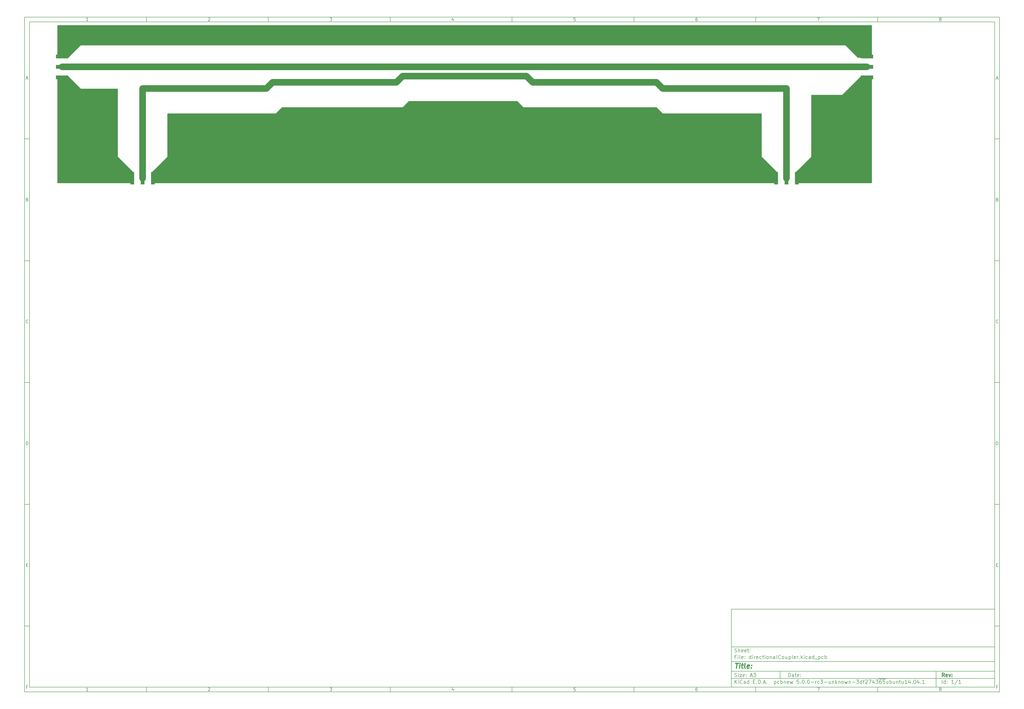
<source format=gbr>
G04 #@! TF.GenerationSoftware,KiCad,Pcbnew,5.0.0-rc3-unknown-3df2743~65~ubuntu14.04.1*
G04 #@! TF.CreationDate,2018-07-06T17:22:35-07:00*
G04 #@! TF.ProjectId,directionalCoupler,646972656374696F6E616C436F75706C,rev?*
G04 #@! TF.SameCoordinates,Original*
G04 #@! TF.FileFunction,Copper,L1,Top,Signal*
G04 #@! TF.FilePolarity,Positive*
%FSLAX46Y46*%
G04 Gerber Fmt 4.6, Leading zero omitted, Abs format (unit mm)*
G04 Created by KiCad (PCBNEW 5.0.0-rc3-unknown-3df2743~65~ubuntu14.04.1) date Fri Jul  6 17:22:35 2018*
%MOMM*%
%LPD*%
G01*
G04 APERTURE LIST*
%ADD10C,0.100000*%
%ADD11C,0.150000*%
%ADD12C,0.300000*%
%ADD13C,0.400000*%
G04 #@! TA.AperFunction,SMDPad,CuDef*
%ADD14R,5.080000X1.500000*%
G04 #@! TD*
G04 #@! TA.AperFunction,SMDPad,CuDef*
%ADD15R,1.500000X5.080000*%
G04 #@! TD*
G04 #@! TA.AperFunction,Conductor*
%ADD16C,2.692400*%
G04 #@! TD*
G04 #@! TA.AperFunction,Conductor*
%ADD17C,0.254000*%
G04 #@! TD*
G04 APERTURE END LIST*
D10*
D11*
X299989000Y-253002200D02*
X299989000Y-285002200D01*
X407989000Y-285002200D01*
X407989000Y-253002200D01*
X299989000Y-253002200D01*
D10*
D11*
X10000000Y-10000000D02*
X10000000Y-287002200D01*
X409989000Y-287002200D01*
X409989000Y-10000000D01*
X10000000Y-10000000D01*
D10*
D11*
X12000000Y-12000000D02*
X12000000Y-285002200D01*
X407989000Y-285002200D01*
X407989000Y-12000000D01*
X12000000Y-12000000D01*
D10*
D11*
X60000000Y-12000000D02*
X60000000Y-10000000D01*
D10*
D11*
X110000000Y-12000000D02*
X110000000Y-10000000D01*
D10*
D11*
X160000000Y-12000000D02*
X160000000Y-10000000D01*
D10*
D11*
X210000000Y-12000000D02*
X210000000Y-10000000D01*
D10*
D11*
X260000000Y-12000000D02*
X260000000Y-10000000D01*
D10*
D11*
X310000000Y-12000000D02*
X310000000Y-10000000D01*
D10*
D11*
X360000000Y-12000000D02*
X360000000Y-10000000D01*
D10*
D11*
X36065476Y-11588095D02*
X35322619Y-11588095D01*
X35694047Y-11588095D02*
X35694047Y-10288095D01*
X35570238Y-10473809D01*
X35446428Y-10597619D01*
X35322619Y-10659523D01*
D10*
D11*
X85322619Y-10411904D02*
X85384523Y-10350000D01*
X85508333Y-10288095D01*
X85817857Y-10288095D01*
X85941666Y-10350000D01*
X86003571Y-10411904D01*
X86065476Y-10535714D01*
X86065476Y-10659523D01*
X86003571Y-10845238D01*
X85260714Y-11588095D01*
X86065476Y-11588095D01*
D10*
D11*
X135260714Y-10288095D02*
X136065476Y-10288095D01*
X135632142Y-10783333D01*
X135817857Y-10783333D01*
X135941666Y-10845238D01*
X136003571Y-10907142D01*
X136065476Y-11030952D01*
X136065476Y-11340476D01*
X136003571Y-11464285D01*
X135941666Y-11526190D01*
X135817857Y-11588095D01*
X135446428Y-11588095D01*
X135322619Y-11526190D01*
X135260714Y-11464285D01*
D10*
D11*
X185941666Y-10721428D02*
X185941666Y-11588095D01*
X185632142Y-10226190D02*
X185322619Y-11154761D01*
X186127380Y-11154761D01*
D10*
D11*
X236003571Y-10288095D02*
X235384523Y-10288095D01*
X235322619Y-10907142D01*
X235384523Y-10845238D01*
X235508333Y-10783333D01*
X235817857Y-10783333D01*
X235941666Y-10845238D01*
X236003571Y-10907142D01*
X236065476Y-11030952D01*
X236065476Y-11340476D01*
X236003571Y-11464285D01*
X235941666Y-11526190D01*
X235817857Y-11588095D01*
X235508333Y-11588095D01*
X235384523Y-11526190D01*
X235322619Y-11464285D01*
D10*
D11*
X285941666Y-10288095D02*
X285694047Y-10288095D01*
X285570238Y-10350000D01*
X285508333Y-10411904D01*
X285384523Y-10597619D01*
X285322619Y-10845238D01*
X285322619Y-11340476D01*
X285384523Y-11464285D01*
X285446428Y-11526190D01*
X285570238Y-11588095D01*
X285817857Y-11588095D01*
X285941666Y-11526190D01*
X286003571Y-11464285D01*
X286065476Y-11340476D01*
X286065476Y-11030952D01*
X286003571Y-10907142D01*
X285941666Y-10845238D01*
X285817857Y-10783333D01*
X285570238Y-10783333D01*
X285446428Y-10845238D01*
X285384523Y-10907142D01*
X285322619Y-11030952D01*
D10*
D11*
X335260714Y-10288095D02*
X336127380Y-10288095D01*
X335570238Y-11588095D01*
D10*
D11*
X385570238Y-10845238D02*
X385446428Y-10783333D01*
X385384523Y-10721428D01*
X385322619Y-10597619D01*
X385322619Y-10535714D01*
X385384523Y-10411904D01*
X385446428Y-10350000D01*
X385570238Y-10288095D01*
X385817857Y-10288095D01*
X385941666Y-10350000D01*
X386003571Y-10411904D01*
X386065476Y-10535714D01*
X386065476Y-10597619D01*
X386003571Y-10721428D01*
X385941666Y-10783333D01*
X385817857Y-10845238D01*
X385570238Y-10845238D01*
X385446428Y-10907142D01*
X385384523Y-10969047D01*
X385322619Y-11092857D01*
X385322619Y-11340476D01*
X385384523Y-11464285D01*
X385446428Y-11526190D01*
X385570238Y-11588095D01*
X385817857Y-11588095D01*
X385941666Y-11526190D01*
X386003571Y-11464285D01*
X386065476Y-11340476D01*
X386065476Y-11092857D01*
X386003571Y-10969047D01*
X385941666Y-10907142D01*
X385817857Y-10845238D01*
D10*
D11*
X60000000Y-285002200D02*
X60000000Y-287002200D01*
D10*
D11*
X110000000Y-285002200D02*
X110000000Y-287002200D01*
D10*
D11*
X160000000Y-285002200D02*
X160000000Y-287002200D01*
D10*
D11*
X210000000Y-285002200D02*
X210000000Y-287002200D01*
D10*
D11*
X260000000Y-285002200D02*
X260000000Y-287002200D01*
D10*
D11*
X310000000Y-285002200D02*
X310000000Y-287002200D01*
D10*
D11*
X360000000Y-285002200D02*
X360000000Y-287002200D01*
D10*
D11*
X36065476Y-286590295D02*
X35322619Y-286590295D01*
X35694047Y-286590295D02*
X35694047Y-285290295D01*
X35570238Y-285476009D01*
X35446428Y-285599819D01*
X35322619Y-285661723D01*
D10*
D11*
X85322619Y-285414104D02*
X85384523Y-285352200D01*
X85508333Y-285290295D01*
X85817857Y-285290295D01*
X85941666Y-285352200D01*
X86003571Y-285414104D01*
X86065476Y-285537914D01*
X86065476Y-285661723D01*
X86003571Y-285847438D01*
X85260714Y-286590295D01*
X86065476Y-286590295D01*
D10*
D11*
X135260714Y-285290295D02*
X136065476Y-285290295D01*
X135632142Y-285785533D01*
X135817857Y-285785533D01*
X135941666Y-285847438D01*
X136003571Y-285909342D01*
X136065476Y-286033152D01*
X136065476Y-286342676D01*
X136003571Y-286466485D01*
X135941666Y-286528390D01*
X135817857Y-286590295D01*
X135446428Y-286590295D01*
X135322619Y-286528390D01*
X135260714Y-286466485D01*
D10*
D11*
X185941666Y-285723628D02*
X185941666Y-286590295D01*
X185632142Y-285228390D02*
X185322619Y-286156961D01*
X186127380Y-286156961D01*
D10*
D11*
X236003571Y-285290295D02*
X235384523Y-285290295D01*
X235322619Y-285909342D01*
X235384523Y-285847438D01*
X235508333Y-285785533D01*
X235817857Y-285785533D01*
X235941666Y-285847438D01*
X236003571Y-285909342D01*
X236065476Y-286033152D01*
X236065476Y-286342676D01*
X236003571Y-286466485D01*
X235941666Y-286528390D01*
X235817857Y-286590295D01*
X235508333Y-286590295D01*
X235384523Y-286528390D01*
X235322619Y-286466485D01*
D10*
D11*
X285941666Y-285290295D02*
X285694047Y-285290295D01*
X285570238Y-285352200D01*
X285508333Y-285414104D01*
X285384523Y-285599819D01*
X285322619Y-285847438D01*
X285322619Y-286342676D01*
X285384523Y-286466485D01*
X285446428Y-286528390D01*
X285570238Y-286590295D01*
X285817857Y-286590295D01*
X285941666Y-286528390D01*
X286003571Y-286466485D01*
X286065476Y-286342676D01*
X286065476Y-286033152D01*
X286003571Y-285909342D01*
X285941666Y-285847438D01*
X285817857Y-285785533D01*
X285570238Y-285785533D01*
X285446428Y-285847438D01*
X285384523Y-285909342D01*
X285322619Y-286033152D01*
D10*
D11*
X335260714Y-285290295D02*
X336127380Y-285290295D01*
X335570238Y-286590295D01*
D10*
D11*
X385570238Y-285847438D02*
X385446428Y-285785533D01*
X385384523Y-285723628D01*
X385322619Y-285599819D01*
X385322619Y-285537914D01*
X385384523Y-285414104D01*
X385446428Y-285352200D01*
X385570238Y-285290295D01*
X385817857Y-285290295D01*
X385941666Y-285352200D01*
X386003571Y-285414104D01*
X386065476Y-285537914D01*
X386065476Y-285599819D01*
X386003571Y-285723628D01*
X385941666Y-285785533D01*
X385817857Y-285847438D01*
X385570238Y-285847438D01*
X385446428Y-285909342D01*
X385384523Y-285971247D01*
X385322619Y-286095057D01*
X385322619Y-286342676D01*
X385384523Y-286466485D01*
X385446428Y-286528390D01*
X385570238Y-286590295D01*
X385817857Y-286590295D01*
X385941666Y-286528390D01*
X386003571Y-286466485D01*
X386065476Y-286342676D01*
X386065476Y-286095057D01*
X386003571Y-285971247D01*
X385941666Y-285909342D01*
X385817857Y-285847438D01*
D10*
D11*
X10000000Y-60000000D02*
X12000000Y-60000000D01*
D10*
D11*
X10000000Y-110000000D02*
X12000000Y-110000000D01*
D10*
D11*
X10000000Y-160000000D02*
X12000000Y-160000000D01*
D10*
D11*
X10000000Y-210000000D02*
X12000000Y-210000000D01*
D10*
D11*
X10000000Y-260000000D02*
X12000000Y-260000000D01*
D10*
D11*
X10690476Y-35216666D02*
X11309523Y-35216666D01*
X10566666Y-35588095D02*
X11000000Y-34288095D01*
X11433333Y-35588095D01*
D10*
D11*
X11092857Y-84907142D02*
X11278571Y-84969047D01*
X11340476Y-85030952D01*
X11402380Y-85154761D01*
X11402380Y-85340476D01*
X11340476Y-85464285D01*
X11278571Y-85526190D01*
X11154761Y-85588095D01*
X10659523Y-85588095D01*
X10659523Y-84288095D01*
X11092857Y-84288095D01*
X11216666Y-84350000D01*
X11278571Y-84411904D01*
X11340476Y-84535714D01*
X11340476Y-84659523D01*
X11278571Y-84783333D01*
X11216666Y-84845238D01*
X11092857Y-84907142D01*
X10659523Y-84907142D01*
D10*
D11*
X11402380Y-135464285D02*
X11340476Y-135526190D01*
X11154761Y-135588095D01*
X11030952Y-135588095D01*
X10845238Y-135526190D01*
X10721428Y-135402380D01*
X10659523Y-135278571D01*
X10597619Y-135030952D01*
X10597619Y-134845238D01*
X10659523Y-134597619D01*
X10721428Y-134473809D01*
X10845238Y-134350000D01*
X11030952Y-134288095D01*
X11154761Y-134288095D01*
X11340476Y-134350000D01*
X11402380Y-134411904D01*
D10*
D11*
X10659523Y-185588095D02*
X10659523Y-184288095D01*
X10969047Y-184288095D01*
X11154761Y-184350000D01*
X11278571Y-184473809D01*
X11340476Y-184597619D01*
X11402380Y-184845238D01*
X11402380Y-185030952D01*
X11340476Y-185278571D01*
X11278571Y-185402380D01*
X11154761Y-185526190D01*
X10969047Y-185588095D01*
X10659523Y-185588095D01*
D10*
D11*
X10721428Y-234907142D02*
X11154761Y-234907142D01*
X11340476Y-235588095D02*
X10721428Y-235588095D01*
X10721428Y-234288095D01*
X11340476Y-234288095D01*
D10*
D11*
X11185714Y-284907142D02*
X10752380Y-284907142D01*
X10752380Y-285588095D02*
X10752380Y-284288095D01*
X11371428Y-284288095D01*
D10*
D11*
X409989000Y-60000000D02*
X407989000Y-60000000D01*
D10*
D11*
X409989000Y-110000000D02*
X407989000Y-110000000D01*
D10*
D11*
X409989000Y-160000000D02*
X407989000Y-160000000D01*
D10*
D11*
X409989000Y-210000000D02*
X407989000Y-210000000D01*
D10*
D11*
X409989000Y-260000000D02*
X407989000Y-260000000D01*
D10*
D11*
X408679476Y-35216666D02*
X409298523Y-35216666D01*
X408555666Y-35588095D02*
X408989000Y-34288095D01*
X409422333Y-35588095D01*
D10*
D11*
X409081857Y-84907142D02*
X409267571Y-84969047D01*
X409329476Y-85030952D01*
X409391380Y-85154761D01*
X409391380Y-85340476D01*
X409329476Y-85464285D01*
X409267571Y-85526190D01*
X409143761Y-85588095D01*
X408648523Y-85588095D01*
X408648523Y-84288095D01*
X409081857Y-84288095D01*
X409205666Y-84350000D01*
X409267571Y-84411904D01*
X409329476Y-84535714D01*
X409329476Y-84659523D01*
X409267571Y-84783333D01*
X409205666Y-84845238D01*
X409081857Y-84907142D01*
X408648523Y-84907142D01*
D10*
D11*
X409391380Y-135464285D02*
X409329476Y-135526190D01*
X409143761Y-135588095D01*
X409019952Y-135588095D01*
X408834238Y-135526190D01*
X408710428Y-135402380D01*
X408648523Y-135278571D01*
X408586619Y-135030952D01*
X408586619Y-134845238D01*
X408648523Y-134597619D01*
X408710428Y-134473809D01*
X408834238Y-134350000D01*
X409019952Y-134288095D01*
X409143761Y-134288095D01*
X409329476Y-134350000D01*
X409391380Y-134411904D01*
D10*
D11*
X408648523Y-185588095D02*
X408648523Y-184288095D01*
X408958047Y-184288095D01*
X409143761Y-184350000D01*
X409267571Y-184473809D01*
X409329476Y-184597619D01*
X409391380Y-184845238D01*
X409391380Y-185030952D01*
X409329476Y-185278571D01*
X409267571Y-185402380D01*
X409143761Y-185526190D01*
X408958047Y-185588095D01*
X408648523Y-185588095D01*
D10*
D11*
X408710428Y-234907142D02*
X409143761Y-234907142D01*
X409329476Y-235588095D02*
X408710428Y-235588095D01*
X408710428Y-234288095D01*
X409329476Y-234288095D01*
D10*
D11*
X409174714Y-284907142D02*
X408741380Y-284907142D01*
X408741380Y-285588095D02*
X408741380Y-284288095D01*
X409360428Y-284288095D01*
D10*
D11*
X323421142Y-280780771D02*
X323421142Y-279280771D01*
X323778285Y-279280771D01*
X323992571Y-279352200D01*
X324135428Y-279495057D01*
X324206857Y-279637914D01*
X324278285Y-279923628D01*
X324278285Y-280137914D01*
X324206857Y-280423628D01*
X324135428Y-280566485D01*
X323992571Y-280709342D01*
X323778285Y-280780771D01*
X323421142Y-280780771D01*
X325564000Y-280780771D02*
X325564000Y-279995057D01*
X325492571Y-279852200D01*
X325349714Y-279780771D01*
X325064000Y-279780771D01*
X324921142Y-279852200D01*
X325564000Y-280709342D02*
X325421142Y-280780771D01*
X325064000Y-280780771D01*
X324921142Y-280709342D01*
X324849714Y-280566485D01*
X324849714Y-280423628D01*
X324921142Y-280280771D01*
X325064000Y-280209342D01*
X325421142Y-280209342D01*
X325564000Y-280137914D01*
X326064000Y-279780771D02*
X326635428Y-279780771D01*
X326278285Y-279280771D02*
X326278285Y-280566485D01*
X326349714Y-280709342D01*
X326492571Y-280780771D01*
X326635428Y-280780771D01*
X327706857Y-280709342D02*
X327564000Y-280780771D01*
X327278285Y-280780771D01*
X327135428Y-280709342D01*
X327064000Y-280566485D01*
X327064000Y-279995057D01*
X327135428Y-279852200D01*
X327278285Y-279780771D01*
X327564000Y-279780771D01*
X327706857Y-279852200D01*
X327778285Y-279995057D01*
X327778285Y-280137914D01*
X327064000Y-280280771D01*
X328421142Y-280637914D02*
X328492571Y-280709342D01*
X328421142Y-280780771D01*
X328349714Y-280709342D01*
X328421142Y-280637914D01*
X328421142Y-280780771D01*
X328421142Y-279852200D02*
X328492571Y-279923628D01*
X328421142Y-279995057D01*
X328349714Y-279923628D01*
X328421142Y-279852200D01*
X328421142Y-279995057D01*
D10*
D11*
X299989000Y-281502200D02*
X407989000Y-281502200D01*
D10*
D11*
X301421142Y-283580771D02*
X301421142Y-282080771D01*
X302278285Y-283580771D02*
X301635428Y-282723628D01*
X302278285Y-282080771D02*
X301421142Y-282937914D01*
X302921142Y-283580771D02*
X302921142Y-282580771D01*
X302921142Y-282080771D02*
X302849714Y-282152200D01*
X302921142Y-282223628D01*
X302992571Y-282152200D01*
X302921142Y-282080771D01*
X302921142Y-282223628D01*
X304492571Y-283437914D02*
X304421142Y-283509342D01*
X304206857Y-283580771D01*
X304064000Y-283580771D01*
X303849714Y-283509342D01*
X303706857Y-283366485D01*
X303635428Y-283223628D01*
X303564000Y-282937914D01*
X303564000Y-282723628D01*
X303635428Y-282437914D01*
X303706857Y-282295057D01*
X303849714Y-282152200D01*
X304064000Y-282080771D01*
X304206857Y-282080771D01*
X304421142Y-282152200D01*
X304492571Y-282223628D01*
X305778285Y-283580771D02*
X305778285Y-282795057D01*
X305706857Y-282652200D01*
X305564000Y-282580771D01*
X305278285Y-282580771D01*
X305135428Y-282652200D01*
X305778285Y-283509342D02*
X305635428Y-283580771D01*
X305278285Y-283580771D01*
X305135428Y-283509342D01*
X305064000Y-283366485D01*
X305064000Y-283223628D01*
X305135428Y-283080771D01*
X305278285Y-283009342D01*
X305635428Y-283009342D01*
X305778285Y-282937914D01*
X307135428Y-283580771D02*
X307135428Y-282080771D01*
X307135428Y-283509342D02*
X306992571Y-283580771D01*
X306706857Y-283580771D01*
X306564000Y-283509342D01*
X306492571Y-283437914D01*
X306421142Y-283295057D01*
X306421142Y-282866485D01*
X306492571Y-282723628D01*
X306564000Y-282652200D01*
X306706857Y-282580771D01*
X306992571Y-282580771D01*
X307135428Y-282652200D01*
X308992571Y-282795057D02*
X309492571Y-282795057D01*
X309706857Y-283580771D02*
X308992571Y-283580771D01*
X308992571Y-282080771D01*
X309706857Y-282080771D01*
X310349714Y-283437914D02*
X310421142Y-283509342D01*
X310349714Y-283580771D01*
X310278285Y-283509342D01*
X310349714Y-283437914D01*
X310349714Y-283580771D01*
X311064000Y-283580771D02*
X311064000Y-282080771D01*
X311421142Y-282080771D01*
X311635428Y-282152200D01*
X311778285Y-282295057D01*
X311849714Y-282437914D01*
X311921142Y-282723628D01*
X311921142Y-282937914D01*
X311849714Y-283223628D01*
X311778285Y-283366485D01*
X311635428Y-283509342D01*
X311421142Y-283580771D01*
X311064000Y-283580771D01*
X312564000Y-283437914D02*
X312635428Y-283509342D01*
X312564000Y-283580771D01*
X312492571Y-283509342D01*
X312564000Y-283437914D01*
X312564000Y-283580771D01*
X313206857Y-283152200D02*
X313921142Y-283152200D01*
X313064000Y-283580771D02*
X313564000Y-282080771D01*
X314064000Y-283580771D01*
X314564000Y-283437914D02*
X314635428Y-283509342D01*
X314564000Y-283580771D01*
X314492571Y-283509342D01*
X314564000Y-283437914D01*
X314564000Y-283580771D01*
X317564000Y-282580771D02*
X317564000Y-284080771D01*
X317564000Y-282652200D02*
X317706857Y-282580771D01*
X317992571Y-282580771D01*
X318135428Y-282652200D01*
X318206857Y-282723628D01*
X318278285Y-282866485D01*
X318278285Y-283295057D01*
X318206857Y-283437914D01*
X318135428Y-283509342D01*
X317992571Y-283580771D01*
X317706857Y-283580771D01*
X317564000Y-283509342D01*
X319564000Y-283509342D02*
X319421142Y-283580771D01*
X319135428Y-283580771D01*
X318992571Y-283509342D01*
X318921142Y-283437914D01*
X318849714Y-283295057D01*
X318849714Y-282866485D01*
X318921142Y-282723628D01*
X318992571Y-282652200D01*
X319135428Y-282580771D01*
X319421142Y-282580771D01*
X319564000Y-282652200D01*
X320206857Y-283580771D02*
X320206857Y-282080771D01*
X320206857Y-282652200D02*
X320349714Y-282580771D01*
X320635428Y-282580771D01*
X320778285Y-282652200D01*
X320849714Y-282723628D01*
X320921142Y-282866485D01*
X320921142Y-283295057D01*
X320849714Y-283437914D01*
X320778285Y-283509342D01*
X320635428Y-283580771D01*
X320349714Y-283580771D01*
X320206857Y-283509342D01*
X321564000Y-282580771D02*
X321564000Y-283580771D01*
X321564000Y-282723628D02*
X321635428Y-282652200D01*
X321778285Y-282580771D01*
X321992571Y-282580771D01*
X322135428Y-282652200D01*
X322206857Y-282795057D01*
X322206857Y-283580771D01*
X323492571Y-283509342D02*
X323349714Y-283580771D01*
X323064000Y-283580771D01*
X322921142Y-283509342D01*
X322849714Y-283366485D01*
X322849714Y-282795057D01*
X322921142Y-282652200D01*
X323064000Y-282580771D01*
X323349714Y-282580771D01*
X323492571Y-282652200D01*
X323564000Y-282795057D01*
X323564000Y-282937914D01*
X322849714Y-283080771D01*
X324064000Y-282580771D02*
X324349714Y-283580771D01*
X324635428Y-282866485D01*
X324921142Y-283580771D01*
X325206857Y-282580771D01*
X327635428Y-282080771D02*
X326921142Y-282080771D01*
X326849714Y-282795057D01*
X326921142Y-282723628D01*
X327064000Y-282652200D01*
X327421142Y-282652200D01*
X327564000Y-282723628D01*
X327635428Y-282795057D01*
X327706857Y-282937914D01*
X327706857Y-283295057D01*
X327635428Y-283437914D01*
X327564000Y-283509342D01*
X327421142Y-283580771D01*
X327064000Y-283580771D01*
X326921142Y-283509342D01*
X326849714Y-283437914D01*
X328349714Y-283437914D02*
X328421142Y-283509342D01*
X328349714Y-283580771D01*
X328278285Y-283509342D01*
X328349714Y-283437914D01*
X328349714Y-283580771D01*
X329349714Y-282080771D02*
X329492571Y-282080771D01*
X329635428Y-282152200D01*
X329706857Y-282223628D01*
X329778285Y-282366485D01*
X329849714Y-282652200D01*
X329849714Y-283009342D01*
X329778285Y-283295057D01*
X329706857Y-283437914D01*
X329635428Y-283509342D01*
X329492571Y-283580771D01*
X329349714Y-283580771D01*
X329206857Y-283509342D01*
X329135428Y-283437914D01*
X329064000Y-283295057D01*
X328992571Y-283009342D01*
X328992571Y-282652200D01*
X329064000Y-282366485D01*
X329135428Y-282223628D01*
X329206857Y-282152200D01*
X329349714Y-282080771D01*
X330492571Y-283437914D02*
X330564000Y-283509342D01*
X330492571Y-283580771D01*
X330421142Y-283509342D01*
X330492571Y-283437914D01*
X330492571Y-283580771D01*
X331492571Y-282080771D02*
X331635428Y-282080771D01*
X331778285Y-282152200D01*
X331849714Y-282223628D01*
X331921142Y-282366485D01*
X331992571Y-282652200D01*
X331992571Y-283009342D01*
X331921142Y-283295057D01*
X331849714Y-283437914D01*
X331778285Y-283509342D01*
X331635428Y-283580771D01*
X331492571Y-283580771D01*
X331349714Y-283509342D01*
X331278285Y-283437914D01*
X331206857Y-283295057D01*
X331135428Y-283009342D01*
X331135428Y-282652200D01*
X331206857Y-282366485D01*
X331278285Y-282223628D01*
X331349714Y-282152200D01*
X331492571Y-282080771D01*
X332635428Y-283009342D02*
X333778285Y-283009342D01*
X334492571Y-283580771D02*
X334492571Y-282580771D01*
X334492571Y-282866485D02*
X334564000Y-282723628D01*
X334635428Y-282652200D01*
X334778285Y-282580771D01*
X334921142Y-282580771D01*
X336064000Y-283509342D02*
X335921142Y-283580771D01*
X335635428Y-283580771D01*
X335492571Y-283509342D01*
X335421142Y-283437914D01*
X335349714Y-283295057D01*
X335349714Y-282866485D01*
X335421142Y-282723628D01*
X335492571Y-282652200D01*
X335635428Y-282580771D01*
X335921142Y-282580771D01*
X336064000Y-282652200D01*
X336564000Y-282080771D02*
X337492571Y-282080771D01*
X336992571Y-282652200D01*
X337206857Y-282652200D01*
X337349714Y-282723628D01*
X337421142Y-282795057D01*
X337492571Y-282937914D01*
X337492571Y-283295057D01*
X337421142Y-283437914D01*
X337349714Y-283509342D01*
X337206857Y-283580771D01*
X336778285Y-283580771D01*
X336635428Y-283509342D01*
X336564000Y-283437914D01*
X338135428Y-283009342D02*
X339278285Y-283009342D01*
X340635428Y-282580771D02*
X340635428Y-283580771D01*
X339992571Y-282580771D02*
X339992571Y-283366485D01*
X340064000Y-283509342D01*
X340206857Y-283580771D01*
X340421142Y-283580771D01*
X340564000Y-283509342D01*
X340635428Y-283437914D01*
X341349714Y-282580771D02*
X341349714Y-283580771D01*
X341349714Y-282723628D02*
X341421142Y-282652200D01*
X341564000Y-282580771D01*
X341778285Y-282580771D01*
X341921142Y-282652200D01*
X341992571Y-282795057D01*
X341992571Y-283580771D01*
X342706857Y-283580771D02*
X342706857Y-282080771D01*
X342849714Y-283009342D02*
X343278285Y-283580771D01*
X343278285Y-282580771D02*
X342706857Y-283152200D01*
X343921142Y-282580771D02*
X343921142Y-283580771D01*
X343921142Y-282723628D02*
X343992571Y-282652200D01*
X344135428Y-282580771D01*
X344349714Y-282580771D01*
X344492571Y-282652200D01*
X344564000Y-282795057D01*
X344564000Y-283580771D01*
X345492571Y-283580771D02*
X345349714Y-283509342D01*
X345278285Y-283437914D01*
X345206857Y-283295057D01*
X345206857Y-282866485D01*
X345278285Y-282723628D01*
X345349714Y-282652200D01*
X345492571Y-282580771D01*
X345706857Y-282580771D01*
X345849714Y-282652200D01*
X345921142Y-282723628D01*
X345992571Y-282866485D01*
X345992571Y-283295057D01*
X345921142Y-283437914D01*
X345849714Y-283509342D01*
X345706857Y-283580771D01*
X345492571Y-283580771D01*
X346492571Y-282580771D02*
X346778285Y-283580771D01*
X347064000Y-282866485D01*
X347349714Y-283580771D01*
X347635428Y-282580771D01*
X348206857Y-282580771D02*
X348206857Y-283580771D01*
X348206857Y-282723628D02*
X348278285Y-282652200D01*
X348421142Y-282580771D01*
X348635428Y-282580771D01*
X348778285Y-282652200D01*
X348849714Y-282795057D01*
X348849714Y-283580771D01*
X349564000Y-283009342D02*
X350706857Y-283009342D01*
X351278285Y-282080771D02*
X352206857Y-282080771D01*
X351706857Y-282652200D01*
X351921142Y-282652200D01*
X352064000Y-282723628D01*
X352135428Y-282795057D01*
X352206857Y-282937914D01*
X352206857Y-283295057D01*
X352135428Y-283437914D01*
X352064000Y-283509342D01*
X351921142Y-283580771D01*
X351492571Y-283580771D01*
X351349714Y-283509342D01*
X351278285Y-283437914D01*
X353492571Y-283580771D02*
X353492571Y-282080771D01*
X353492571Y-283509342D02*
X353349714Y-283580771D01*
X353064000Y-283580771D01*
X352921142Y-283509342D01*
X352849714Y-283437914D01*
X352778285Y-283295057D01*
X352778285Y-282866485D01*
X352849714Y-282723628D01*
X352921142Y-282652200D01*
X353064000Y-282580771D01*
X353349714Y-282580771D01*
X353492571Y-282652200D01*
X353992571Y-282580771D02*
X354564000Y-282580771D01*
X354206857Y-283580771D02*
X354206857Y-282295057D01*
X354278285Y-282152200D01*
X354421142Y-282080771D01*
X354564000Y-282080771D01*
X354992571Y-282223628D02*
X355064000Y-282152200D01*
X355206857Y-282080771D01*
X355564000Y-282080771D01*
X355706857Y-282152200D01*
X355778285Y-282223628D01*
X355849714Y-282366485D01*
X355849714Y-282509342D01*
X355778285Y-282723628D01*
X354921142Y-283580771D01*
X355849714Y-283580771D01*
X356349714Y-282080771D02*
X357349714Y-282080771D01*
X356706857Y-283580771D01*
X358564000Y-282580771D02*
X358564000Y-283580771D01*
X358206857Y-282009342D02*
X357849714Y-283080771D01*
X358778285Y-283080771D01*
X359206857Y-282080771D02*
X360135428Y-282080771D01*
X359635428Y-282652200D01*
X359849714Y-282652200D01*
X359992571Y-282723628D01*
X360064000Y-282795057D01*
X360135428Y-282937914D01*
X360135428Y-283295057D01*
X360064000Y-283437914D01*
X359992571Y-283509342D01*
X359849714Y-283580771D01*
X359421142Y-283580771D01*
X359278285Y-283509342D01*
X359206857Y-283437914D01*
X360421142Y-281672200D02*
X361849714Y-281672200D01*
X361421142Y-282080771D02*
X361135428Y-282080771D01*
X360992571Y-282152200D01*
X360921142Y-282223628D01*
X360778285Y-282437914D01*
X360706857Y-282723628D01*
X360706857Y-283295057D01*
X360778285Y-283437914D01*
X360849714Y-283509342D01*
X360992571Y-283580771D01*
X361278285Y-283580771D01*
X361421142Y-283509342D01*
X361492571Y-283437914D01*
X361564000Y-283295057D01*
X361564000Y-282937914D01*
X361492571Y-282795057D01*
X361421142Y-282723628D01*
X361278285Y-282652200D01*
X360992571Y-282652200D01*
X360849714Y-282723628D01*
X360778285Y-282795057D01*
X360706857Y-282937914D01*
X361849714Y-281672200D02*
X363278285Y-281672200D01*
X362921142Y-282080771D02*
X362206857Y-282080771D01*
X362135428Y-282795057D01*
X362206857Y-282723628D01*
X362349714Y-282652200D01*
X362706857Y-282652200D01*
X362849714Y-282723628D01*
X362921142Y-282795057D01*
X362992571Y-282937914D01*
X362992571Y-283295057D01*
X362921142Y-283437914D01*
X362849714Y-283509342D01*
X362706857Y-283580771D01*
X362349714Y-283580771D01*
X362206857Y-283509342D01*
X362135428Y-283437914D01*
X364278285Y-282580771D02*
X364278285Y-283580771D01*
X363635428Y-282580771D02*
X363635428Y-283366485D01*
X363706857Y-283509342D01*
X363849714Y-283580771D01*
X364064000Y-283580771D01*
X364206857Y-283509342D01*
X364278285Y-283437914D01*
X364992571Y-283580771D02*
X364992571Y-282080771D01*
X364992571Y-282652200D02*
X365135428Y-282580771D01*
X365421142Y-282580771D01*
X365564000Y-282652200D01*
X365635428Y-282723628D01*
X365706857Y-282866485D01*
X365706857Y-283295057D01*
X365635428Y-283437914D01*
X365564000Y-283509342D01*
X365421142Y-283580771D01*
X365135428Y-283580771D01*
X364992571Y-283509342D01*
X366992571Y-282580771D02*
X366992571Y-283580771D01*
X366349714Y-282580771D02*
X366349714Y-283366485D01*
X366421142Y-283509342D01*
X366564000Y-283580771D01*
X366778285Y-283580771D01*
X366921142Y-283509342D01*
X366992571Y-283437914D01*
X367706857Y-282580771D02*
X367706857Y-283580771D01*
X367706857Y-282723628D02*
X367778285Y-282652200D01*
X367921142Y-282580771D01*
X368135428Y-282580771D01*
X368278285Y-282652200D01*
X368349714Y-282795057D01*
X368349714Y-283580771D01*
X368849714Y-282580771D02*
X369421142Y-282580771D01*
X369064000Y-282080771D02*
X369064000Y-283366485D01*
X369135428Y-283509342D01*
X369278285Y-283580771D01*
X369421142Y-283580771D01*
X370564000Y-282580771D02*
X370564000Y-283580771D01*
X369921142Y-282580771D02*
X369921142Y-283366485D01*
X369992571Y-283509342D01*
X370135428Y-283580771D01*
X370349714Y-283580771D01*
X370492571Y-283509342D01*
X370564000Y-283437914D01*
X372064000Y-283580771D02*
X371206857Y-283580771D01*
X371635428Y-283580771D02*
X371635428Y-282080771D01*
X371492571Y-282295057D01*
X371349714Y-282437914D01*
X371206857Y-282509342D01*
X373349714Y-282580771D02*
X373349714Y-283580771D01*
X372992571Y-282009342D02*
X372635428Y-283080771D01*
X373564000Y-283080771D01*
X374135428Y-283437914D02*
X374206857Y-283509342D01*
X374135428Y-283580771D01*
X374064000Y-283509342D01*
X374135428Y-283437914D01*
X374135428Y-283580771D01*
X375135428Y-282080771D02*
X375278285Y-282080771D01*
X375421142Y-282152200D01*
X375492571Y-282223628D01*
X375564000Y-282366485D01*
X375635428Y-282652200D01*
X375635428Y-283009342D01*
X375564000Y-283295057D01*
X375492571Y-283437914D01*
X375421142Y-283509342D01*
X375278285Y-283580771D01*
X375135428Y-283580771D01*
X374992571Y-283509342D01*
X374921142Y-283437914D01*
X374849714Y-283295057D01*
X374778285Y-283009342D01*
X374778285Y-282652200D01*
X374849714Y-282366485D01*
X374921142Y-282223628D01*
X374992571Y-282152200D01*
X375135428Y-282080771D01*
X376921142Y-282580771D02*
X376921142Y-283580771D01*
X376564000Y-282009342D02*
X376206857Y-283080771D01*
X377135428Y-283080771D01*
X377706857Y-283437914D02*
X377778285Y-283509342D01*
X377706857Y-283580771D01*
X377635428Y-283509342D01*
X377706857Y-283437914D01*
X377706857Y-283580771D01*
X379206857Y-283580771D02*
X378349714Y-283580771D01*
X378778285Y-283580771D02*
X378778285Y-282080771D01*
X378635428Y-282295057D01*
X378492571Y-282437914D01*
X378349714Y-282509342D01*
D10*
D11*
X299989000Y-278502200D02*
X407989000Y-278502200D01*
D10*
D12*
X387398285Y-280780771D02*
X386898285Y-280066485D01*
X386541142Y-280780771D02*
X386541142Y-279280771D01*
X387112571Y-279280771D01*
X387255428Y-279352200D01*
X387326857Y-279423628D01*
X387398285Y-279566485D01*
X387398285Y-279780771D01*
X387326857Y-279923628D01*
X387255428Y-279995057D01*
X387112571Y-280066485D01*
X386541142Y-280066485D01*
X388612571Y-280709342D02*
X388469714Y-280780771D01*
X388184000Y-280780771D01*
X388041142Y-280709342D01*
X387969714Y-280566485D01*
X387969714Y-279995057D01*
X388041142Y-279852200D01*
X388184000Y-279780771D01*
X388469714Y-279780771D01*
X388612571Y-279852200D01*
X388684000Y-279995057D01*
X388684000Y-280137914D01*
X387969714Y-280280771D01*
X389184000Y-279780771D02*
X389541142Y-280780771D01*
X389898285Y-279780771D01*
X390469714Y-280637914D02*
X390541142Y-280709342D01*
X390469714Y-280780771D01*
X390398285Y-280709342D01*
X390469714Y-280637914D01*
X390469714Y-280780771D01*
X390469714Y-279852200D02*
X390541142Y-279923628D01*
X390469714Y-279995057D01*
X390398285Y-279923628D01*
X390469714Y-279852200D01*
X390469714Y-279995057D01*
D10*
D11*
X301349714Y-280709342D02*
X301564000Y-280780771D01*
X301921142Y-280780771D01*
X302064000Y-280709342D01*
X302135428Y-280637914D01*
X302206857Y-280495057D01*
X302206857Y-280352200D01*
X302135428Y-280209342D01*
X302064000Y-280137914D01*
X301921142Y-280066485D01*
X301635428Y-279995057D01*
X301492571Y-279923628D01*
X301421142Y-279852200D01*
X301349714Y-279709342D01*
X301349714Y-279566485D01*
X301421142Y-279423628D01*
X301492571Y-279352200D01*
X301635428Y-279280771D01*
X301992571Y-279280771D01*
X302206857Y-279352200D01*
X302849714Y-280780771D02*
X302849714Y-279780771D01*
X302849714Y-279280771D02*
X302778285Y-279352200D01*
X302849714Y-279423628D01*
X302921142Y-279352200D01*
X302849714Y-279280771D01*
X302849714Y-279423628D01*
X303421142Y-279780771D02*
X304206857Y-279780771D01*
X303421142Y-280780771D01*
X304206857Y-280780771D01*
X305349714Y-280709342D02*
X305206857Y-280780771D01*
X304921142Y-280780771D01*
X304778285Y-280709342D01*
X304706857Y-280566485D01*
X304706857Y-279995057D01*
X304778285Y-279852200D01*
X304921142Y-279780771D01*
X305206857Y-279780771D01*
X305349714Y-279852200D01*
X305421142Y-279995057D01*
X305421142Y-280137914D01*
X304706857Y-280280771D01*
X306064000Y-280637914D02*
X306135428Y-280709342D01*
X306064000Y-280780771D01*
X305992571Y-280709342D01*
X306064000Y-280637914D01*
X306064000Y-280780771D01*
X306064000Y-279852200D02*
X306135428Y-279923628D01*
X306064000Y-279995057D01*
X305992571Y-279923628D01*
X306064000Y-279852200D01*
X306064000Y-279995057D01*
X307849714Y-280352200D02*
X308564000Y-280352200D01*
X307706857Y-280780771D02*
X308206857Y-279280771D01*
X308706857Y-280780771D01*
X309064000Y-279280771D02*
X309992571Y-279280771D01*
X309492571Y-279852200D01*
X309706857Y-279852200D01*
X309849714Y-279923628D01*
X309921142Y-279995057D01*
X309992571Y-280137914D01*
X309992571Y-280495057D01*
X309921142Y-280637914D01*
X309849714Y-280709342D01*
X309706857Y-280780771D01*
X309278285Y-280780771D01*
X309135428Y-280709342D01*
X309064000Y-280637914D01*
D10*
D11*
X386421142Y-283580771D02*
X386421142Y-282080771D01*
X387778285Y-283580771D02*
X387778285Y-282080771D01*
X387778285Y-283509342D02*
X387635428Y-283580771D01*
X387349714Y-283580771D01*
X387206857Y-283509342D01*
X387135428Y-283437914D01*
X387064000Y-283295057D01*
X387064000Y-282866485D01*
X387135428Y-282723628D01*
X387206857Y-282652200D01*
X387349714Y-282580771D01*
X387635428Y-282580771D01*
X387778285Y-282652200D01*
X388492571Y-283437914D02*
X388564000Y-283509342D01*
X388492571Y-283580771D01*
X388421142Y-283509342D01*
X388492571Y-283437914D01*
X388492571Y-283580771D01*
X388492571Y-282652200D02*
X388564000Y-282723628D01*
X388492571Y-282795057D01*
X388421142Y-282723628D01*
X388492571Y-282652200D01*
X388492571Y-282795057D01*
X391135428Y-283580771D02*
X390278285Y-283580771D01*
X390706857Y-283580771D02*
X390706857Y-282080771D01*
X390564000Y-282295057D01*
X390421142Y-282437914D01*
X390278285Y-282509342D01*
X392849714Y-282009342D02*
X391564000Y-283937914D01*
X394135428Y-283580771D02*
X393278285Y-283580771D01*
X393706857Y-283580771D02*
X393706857Y-282080771D01*
X393564000Y-282295057D01*
X393421142Y-282437914D01*
X393278285Y-282509342D01*
D10*
D11*
X299989000Y-274502200D02*
X407989000Y-274502200D01*
D10*
D13*
X301701380Y-275206961D02*
X302844238Y-275206961D01*
X302022809Y-277206961D02*
X302272809Y-275206961D01*
X303260904Y-277206961D02*
X303427571Y-275873628D01*
X303510904Y-275206961D02*
X303403761Y-275302200D01*
X303487095Y-275397438D01*
X303594238Y-275302200D01*
X303510904Y-275206961D01*
X303487095Y-275397438D01*
X304094238Y-275873628D02*
X304856142Y-275873628D01*
X304463285Y-275206961D02*
X304249000Y-276921247D01*
X304320428Y-277111723D01*
X304499000Y-277206961D01*
X304689476Y-277206961D01*
X305641857Y-277206961D02*
X305463285Y-277111723D01*
X305391857Y-276921247D01*
X305606142Y-275206961D01*
X307177571Y-277111723D02*
X306975190Y-277206961D01*
X306594238Y-277206961D01*
X306415666Y-277111723D01*
X306344238Y-276921247D01*
X306439476Y-276159342D01*
X306558523Y-275968866D01*
X306760904Y-275873628D01*
X307141857Y-275873628D01*
X307320428Y-275968866D01*
X307391857Y-276159342D01*
X307368047Y-276349819D01*
X306391857Y-276540295D01*
X308141857Y-277016485D02*
X308225190Y-277111723D01*
X308118047Y-277206961D01*
X308034714Y-277111723D01*
X308141857Y-277016485D01*
X308118047Y-277206961D01*
X308272809Y-275968866D02*
X308356142Y-276064104D01*
X308249000Y-276159342D01*
X308165666Y-276064104D01*
X308272809Y-275968866D01*
X308249000Y-276159342D01*
D10*
D11*
X301921142Y-272595057D02*
X301421142Y-272595057D01*
X301421142Y-273380771D02*
X301421142Y-271880771D01*
X302135428Y-271880771D01*
X302706857Y-273380771D02*
X302706857Y-272380771D01*
X302706857Y-271880771D02*
X302635428Y-271952200D01*
X302706857Y-272023628D01*
X302778285Y-271952200D01*
X302706857Y-271880771D01*
X302706857Y-272023628D01*
X303635428Y-273380771D02*
X303492571Y-273309342D01*
X303421142Y-273166485D01*
X303421142Y-271880771D01*
X304778285Y-273309342D02*
X304635428Y-273380771D01*
X304349714Y-273380771D01*
X304206857Y-273309342D01*
X304135428Y-273166485D01*
X304135428Y-272595057D01*
X304206857Y-272452200D01*
X304349714Y-272380771D01*
X304635428Y-272380771D01*
X304778285Y-272452200D01*
X304849714Y-272595057D01*
X304849714Y-272737914D01*
X304135428Y-272880771D01*
X305492571Y-273237914D02*
X305564000Y-273309342D01*
X305492571Y-273380771D01*
X305421142Y-273309342D01*
X305492571Y-273237914D01*
X305492571Y-273380771D01*
X305492571Y-272452200D02*
X305564000Y-272523628D01*
X305492571Y-272595057D01*
X305421142Y-272523628D01*
X305492571Y-272452200D01*
X305492571Y-272595057D01*
X307992571Y-273380771D02*
X307992571Y-271880771D01*
X307992571Y-273309342D02*
X307849714Y-273380771D01*
X307564000Y-273380771D01*
X307421142Y-273309342D01*
X307349714Y-273237914D01*
X307278285Y-273095057D01*
X307278285Y-272666485D01*
X307349714Y-272523628D01*
X307421142Y-272452200D01*
X307564000Y-272380771D01*
X307849714Y-272380771D01*
X307992571Y-272452200D01*
X308706857Y-273380771D02*
X308706857Y-272380771D01*
X308706857Y-271880771D02*
X308635428Y-271952200D01*
X308706857Y-272023628D01*
X308778285Y-271952200D01*
X308706857Y-271880771D01*
X308706857Y-272023628D01*
X309421142Y-273380771D02*
X309421142Y-272380771D01*
X309421142Y-272666485D02*
X309492571Y-272523628D01*
X309564000Y-272452200D01*
X309706857Y-272380771D01*
X309849714Y-272380771D01*
X310921142Y-273309342D02*
X310778285Y-273380771D01*
X310492571Y-273380771D01*
X310349714Y-273309342D01*
X310278285Y-273166485D01*
X310278285Y-272595057D01*
X310349714Y-272452200D01*
X310492571Y-272380771D01*
X310778285Y-272380771D01*
X310921142Y-272452200D01*
X310992571Y-272595057D01*
X310992571Y-272737914D01*
X310278285Y-272880771D01*
X312278285Y-273309342D02*
X312135428Y-273380771D01*
X311849714Y-273380771D01*
X311706857Y-273309342D01*
X311635428Y-273237914D01*
X311564000Y-273095057D01*
X311564000Y-272666485D01*
X311635428Y-272523628D01*
X311706857Y-272452200D01*
X311849714Y-272380771D01*
X312135428Y-272380771D01*
X312278285Y-272452200D01*
X312706857Y-272380771D02*
X313278285Y-272380771D01*
X312921142Y-271880771D02*
X312921142Y-273166485D01*
X312992571Y-273309342D01*
X313135428Y-273380771D01*
X313278285Y-273380771D01*
X313778285Y-273380771D02*
X313778285Y-272380771D01*
X313778285Y-271880771D02*
X313706857Y-271952200D01*
X313778285Y-272023628D01*
X313849714Y-271952200D01*
X313778285Y-271880771D01*
X313778285Y-272023628D01*
X314706857Y-273380771D02*
X314564000Y-273309342D01*
X314492571Y-273237914D01*
X314421142Y-273095057D01*
X314421142Y-272666485D01*
X314492571Y-272523628D01*
X314564000Y-272452200D01*
X314706857Y-272380771D01*
X314921142Y-272380771D01*
X315064000Y-272452200D01*
X315135428Y-272523628D01*
X315206857Y-272666485D01*
X315206857Y-273095057D01*
X315135428Y-273237914D01*
X315064000Y-273309342D01*
X314921142Y-273380771D01*
X314706857Y-273380771D01*
X315849714Y-272380771D02*
X315849714Y-273380771D01*
X315849714Y-272523628D02*
X315921142Y-272452200D01*
X316064000Y-272380771D01*
X316278285Y-272380771D01*
X316421142Y-272452200D01*
X316492571Y-272595057D01*
X316492571Y-273380771D01*
X317849714Y-273380771D02*
X317849714Y-272595057D01*
X317778285Y-272452200D01*
X317635428Y-272380771D01*
X317349714Y-272380771D01*
X317206857Y-272452200D01*
X317849714Y-273309342D02*
X317706857Y-273380771D01*
X317349714Y-273380771D01*
X317206857Y-273309342D01*
X317135428Y-273166485D01*
X317135428Y-273023628D01*
X317206857Y-272880771D01*
X317349714Y-272809342D01*
X317706857Y-272809342D01*
X317849714Y-272737914D01*
X318778285Y-273380771D02*
X318635428Y-273309342D01*
X318564000Y-273166485D01*
X318564000Y-271880771D01*
X320206857Y-273237914D02*
X320135428Y-273309342D01*
X319921142Y-273380771D01*
X319778285Y-273380771D01*
X319564000Y-273309342D01*
X319421142Y-273166485D01*
X319349714Y-273023628D01*
X319278285Y-272737914D01*
X319278285Y-272523628D01*
X319349714Y-272237914D01*
X319421142Y-272095057D01*
X319564000Y-271952200D01*
X319778285Y-271880771D01*
X319921142Y-271880771D01*
X320135428Y-271952200D01*
X320206857Y-272023628D01*
X321064000Y-273380771D02*
X320921142Y-273309342D01*
X320849714Y-273237914D01*
X320778285Y-273095057D01*
X320778285Y-272666485D01*
X320849714Y-272523628D01*
X320921142Y-272452200D01*
X321064000Y-272380771D01*
X321278285Y-272380771D01*
X321421142Y-272452200D01*
X321492571Y-272523628D01*
X321564000Y-272666485D01*
X321564000Y-273095057D01*
X321492571Y-273237914D01*
X321421142Y-273309342D01*
X321278285Y-273380771D01*
X321064000Y-273380771D01*
X322849714Y-272380771D02*
X322849714Y-273380771D01*
X322206857Y-272380771D02*
X322206857Y-273166485D01*
X322278285Y-273309342D01*
X322421142Y-273380771D01*
X322635428Y-273380771D01*
X322778285Y-273309342D01*
X322849714Y-273237914D01*
X323564000Y-272380771D02*
X323564000Y-273880771D01*
X323564000Y-272452200D02*
X323706857Y-272380771D01*
X323992571Y-272380771D01*
X324135428Y-272452200D01*
X324206857Y-272523628D01*
X324278285Y-272666485D01*
X324278285Y-273095057D01*
X324206857Y-273237914D01*
X324135428Y-273309342D01*
X323992571Y-273380771D01*
X323706857Y-273380771D01*
X323564000Y-273309342D01*
X325135428Y-273380771D02*
X324992571Y-273309342D01*
X324921142Y-273166485D01*
X324921142Y-271880771D01*
X326278285Y-273309342D02*
X326135428Y-273380771D01*
X325849714Y-273380771D01*
X325706857Y-273309342D01*
X325635428Y-273166485D01*
X325635428Y-272595057D01*
X325706857Y-272452200D01*
X325849714Y-272380771D01*
X326135428Y-272380771D01*
X326278285Y-272452200D01*
X326349714Y-272595057D01*
X326349714Y-272737914D01*
X325635428Y-272880771D01*
X326992571Y-273380771D02*
X326992571Y-272380771D01*
X326992571Y-272666485D02*
X327064000Y-272523628D01*
X327135428Y-272452200D01*
X327278285Y-272380771D01*
X327421142Y-272380771D01*
X327921142Y-273237914D02*
X327992571Y-273309342D01*
X327921142Y-273380771D01*
X327849714Y-273309342D01*
X327921142Y-273237914D01*
X327921142Y-273380771D01*
X328635428Y-273380771D02*
X328635428Y-271880771D01*
X328778285Y-272809342D02*
X329206857Y-273380771D01*
X329206857Y-272380771D02*
X328635428Y-272952200D01*
X329849714Y-273380771D02*
X329849714Y-272380771D01*
X329849714Y-271880771D02*
X329778285Y-271952200D01*
X329849714Y-272023628D01*
X329921142Y-271952200D01*
X329849714Y-271880771D01*
X329849714Y-272023628D01*
X331206857Y-273309342D02*
X331064000Y-273380771D01*
X330778285Y-273380771D01*
X330635428Y-273309342D01*
X330564000Y-273237914D01*
X330492571Y-273095057D01*
X330492571Y-272666485D01*
X330564000Y-272523628D01*
X330635428Y-272452200D01*
X330778285Y-272380771D01*
X331064000Y-272380771D01*
X331206857Y-272452200D01*
X332492571Y-273380771D02*
X332492571Y-272595057D01*
X332421142Y-272452200D01*
X332278285Y-272380771D01*
X331992571Y-272380771D01*
X331849714Y-272452200D01*
X332492571Y-273309342D02*
X332349714Y-273380771D01*
X331992571Y-273380771D01*
X331849714Y-273309342D01*
X331778285Y-273166485D01*
X331778285Y-273023628D01*
X331849714Y-272880771D01*
X331992571Y-272809342D01*
X332349714Y-272809342D01*
X332492571Y-272737914D01*
X333849714Y-273380771D02*
X333849714Y-271880771D01*
X333849714Y-273309342D02*
X333706857Y-273380771D01*
X333421142Y-273380771D01*
X333278285Y-273309342D01*
X333206857Y-273237914D01*
X333135428Y-273095057D01*
X333135428Y-272666485D01*
X333206857Y-272523628D01*
X333278285Y-272452200D01*
X333421142Y-272380771D01*
X333706857Y-272380771D01*
X333849714Y-272452200D01*
X334206857Y-273523628D02*
X335349714Y-273523628D01*
X335706857Y-272380771D02*
X335706857Y-273880771D01*
X335706857Y-272452200D02*
X335849714Y-272380771D01*
X336135428Y-272380771D01*
X336278285Y-272452200D01*
X336349714Y-272523628D01*
X336421142Y-272666485D01*
X336421142Y-273095057D01*
X336349714Y-273237914D01*
X336278285Y-273309342D01*
X336135428Y-273380771D01*
X335849714Y-273380771D01*
X335706857Y-273309342D01*
X337706857Y-273309342D02*
X337564000Y-273380771D01*
X337278285Y-273380771D01*
X337135428Y-273309342D01*
X337064000Y-273237914D01*
X336992571Y-273095057D01*
X336992571Y-272666485D01*
X337064000Y-272523628D01*
X337135428Y-272452200D01*
X337278285Y-272380771D01*
X337564000Y-272380771D01*
X337706857Y-272452200D01*
X338349714Y-273380771D02*
X338349714Y-271880771D01*
X338349714Y-272452200D02*
X338492571Y-272380771D01*
X338778285Y-272380771D01*
X338921142Y-272452200D01*
X338992571Y-272523628D01*
X339064000Y-272666485D01*
X339064000Y-273095057D01*
X338992571Y-273237914D01*
X338921142Y-273309342D01*
X338778285Y-273380771D01*
X338492571Y-273380771D01*
X338349714Y-273309342D01*
D10*
D11*
X299989000Y-268502200D02*
X407989000Y-268502200D01*
D10*
D11*
X301349714Y-270609342D02*
X301564000Y-270680771D01*
X301921142Y-270680771D01*
X302064000Y-270609342D01*
X302135428Y-270537914D01*
X302206857Y-270395057D01*
X302206857Y-270252200D01*
X302135428Y-270109342D01*
X302064000Y-270037914D01*
X301921142Y-269966485D01*
X301635428Y-269895057D01*
X301492571Y-269823628D01*
X301421142Y-269752200D01*
X301349714Y-269609342D01*
X301349714Y-269466485D01*
X301421142Y-269323628D01*
X301492571Y-269252200D01*
X301635428Y-269180771D01*
X301992571Y-269180771D01*
X302206857Y-269252200D01*
X302849714Y-270680771D02*
X302849714Y-269180771D01*
X303492571Y-270680771D02*
X303492571Y-269895057D01*
X303421142Y-269752200D01*
X303278285Y-269680771D01*
X303064000Y-269680771D01*
X302921142Y-269752200D01*
X302849714Y-269823628D01*
X304778285Y-270609342D02*
X304635428Y-270680771D01*
X304349714Y-270680771D01*
X304206857Y-270609342D01*
X304135428Y-270466485D01*
X304135428Y-269895057D01*
X304206857Y-269752200D01*
X304349714Y-269680771D01*
X304635428Y-269680771D01*
X304778285Y-269752200D01*
X304849714Y-269895057D01*
X304849714Y-270037914D01*
X304135428Y-270180771D01*
X306064000Y-270609342D02*
X305921142Y-270680771D01*
X305635428Y-270680771D01*
X305492571Y-270609342D01*
X305421142Y-270466485D01*
X305421142Y-269895057D01*
X305492571Y-269752200D01*
X305635428Y-269680771D01*
X305921142Y-269680771D01*
X306064000Y-269752200D01*
X306135428Y-269895057D01*
X306135428Y-270037914D01*
X305421142Y-270180771D01*
X306564000Y-269680771D02*
X307135428Y-269680771D01*
X306778285Y-269180771D02*
X306778285Y-270466485D01*
X306849714Y-270609342D01*
X306992571Y-270680771D01*
X307135428Y-270680771D01*
X307635428Y-270537914D02*
X307706857Y-270609342D01*
X307635428Y-270680771D01*
X307564000Y-270609342D01*
X307635428Y-270537914D01*
X307635428Y-270680771D01*
X307635428Y-269752200D02*
X307706857Y-269823628D01*
X307635428Y-269895057D01*
X307564000Y-269823628D01*
X307635428Y-269752200D01*
X307635428Y-269895057D01*
D10*
D11*
X319989000Y-278502200D02*
X319989000Y-281502200D01*
D10*
D11*
X383989000Y-278502200D02*
X383989000Y-285002200D01*
D14*
G04 #@! TO.P,J1,2*
G04 #@! TO.N,GNDREF*
X25400000Y-26230000D03*
X25400000Y-34730000D03*
G04 #@! TO.P,J1,1*
G04 #@! TO.N,Net-(J1-Pad1)*
X25400000Y-30480000D03*
G04 #@! TD*
G04 #@! TO.P,J2,1*
G04 #@! TO.N,Net-(J1-Pad1)*
X355600000Y-30480000D03*
G04 #@! TO.P,J2,2*
G04 #@! TO.N,GNDREF*
X355600000Y-26230000D03*
X355600000Y-34730000D03*
G04 #@! TD*
D15*
G04 #@! TO.P,J3,2*
G04 #@! TO.N,GNDREF*
X54170000Y-76200000D03*
X62670000Y-76200000D03*
G04 #@! TO.P,J3,1*
G04 #@! TO.N,Net-(J3-Pad1)*
X58420000Y-76200000D03*
G04 #@! TD*
G04 #@! TO.P,J4,1*
G04 #@! TO.N,Net-(J3-Pad1)*
X322580000Y-76200000D03*
G04 #@! TO.P,J4,2*
G04 #@! TO.N,GNDREF*
X326830000Y-76200000D03*
X318330000Y-76200000D03*
G04 #@! TD*
D16*
G04 #@! TO.N,Net-(J1-Pad1)*
X25400000Y-30480000D02*
X355600000Y-30480000D01*
G04 #@! TO.N,Net-(J3-Pad1)*
X322580000Y-39370000D02*
X322580000Y-76200000D01*
X58420000Y-76200000D02*
X58420000Y-39370000D01*
X109220000Y-39370000D02*
X111760000Y-36830000D01*
X58420000Y-39370000D02*
X109220000Y-39370000D01*
X218440000Y-36830000D02*
X269240000Y-36830000D01*
X215900000Y-34290000D02*
X218440000Y-36830000D01*
X271780000Y-39370000D02*
X322580000Y-39370000D01*
X111760000Y-36830000D02*
X162560000Y-36830000D01*
X269240000Y-36830000D02*
X271780000Y-39370000D01*
X162560000Y-36830000D02*
X165100000Y-34290000D01*
X165100000Y-34290000D02*
X215900000Y-34290000D01*
G04 #@! TD*
D17*
G04 #@! TO.N,GNDREF*
G36*
X357455001Y-26543000D02*
X351842606Y-26543000D01*
X346799803Y-21500197D01*
X346780557Y-21484403D01*
X346758601Y-21472667D01*
X346734776Y-21465440D01*
X346710000Y-21463000D01*
X33020000Y-21463000D01*
X32995224Y-21465440D01*
X32971399Y-21472667D01*
X32949443Y-21484403D01*
X32930197Y-21500197D01*
X27887394Y-26543000D01*
X23545000Y-26543000D01*
X23545000Y-13385000D01*
X357455001Y-13385000D01*
X357455001Y-26543000D01*
X357455001Y-26543000D01*
G37*
X357455001Y-26543000D02*
X351842606Y-26543000D01*
X346799803Y-21500197D01*
X346780557Y-21484403D01*
X346758601Y-21472667D01*
X346734776Y-21465440D01*
X346710000Y-21463000D01*
X33020000Y-21463000D01*
X32995224Y-21465440D01*
X32971399Y-21472667D01*
X32949443Y-21484403D01*
X32930197Y-21500197D01*
X27887394Y-26543000D01*
X23545000Y-26543000D01*
X23545000Y-13385000D01*
X357455001Y-13385000D01*
X357455001Y-26543000D01*
G36*
X32930197Y-39459803D02*
X32949443Y-39475597D01*
X32971399Y-39487333D01*
X32995224Y-39494560D01*
X33020000Y-39497000D01*
X48133000Y-39497000D01*
X48133000Y-67310000D01*
X48135440Y-67334776D01*
X48142667Y-67358601D01*
X48154403Y-67380557D01*
X48170197Y-67399803D01*
X54483000Y-73712606D01*
X54483000Y-78055000D01*
X23545000Y-78055000D01*
X23545000Y-34417000D01*
X27887394Y-34417000D01*
X32930197Y-39459803D01*
X32930197Y-39459803D01*
G37*
X32930197Y-39459803D02*
X32949443Y-39475597D01*
X32971399Y-39487333D01*
X32995224Y-39494560D01*
X33020000Y-39497000D01*
X48133000Y-39497000D01*
X48133000Y-67310000D01*
X48135440Y-67334776D01*
X48142667Y-67358601D01*
X48154403Y-67380557D01*
X48170197Y-67399803D01*
X54483000Y-73712606D01*
X54483000Y-78055000D01*
X23545000Y-78055000D01*
X23545000Y-34417000D01*
X27887394Y-34417000D01*
X32930197Y-39459803D01*
G36*
X214540197Y-47079803D02*
X214559443Y-47095597D01*
X214581399Y-47107333D01*
X214605224Y-47114560D01*
X214630000Y-47117000D01*
X269187394Y-47117000D01*
X271690197Y-49619803D01*
X271709443Y-49635597D01*
X271731399Y-49647333D01*
X271755224Y-49654560D01*
X271780000Y-49657000D01*
X312293000Y-49657000D01*
X312293000Y-67310000D01*
X312295440Y-67334776D01*
X312302667Y-67358601D01*
X312314403Y-67380557D01*
X312330197Y-67399803D01*
X318643000Y-73712606D01*
X318643000Y-78055000D01*
X62357000Y-78055000D01*
X62357000Y-73712606D01*
X68669803Y-67399803D01*
X68685597Y-67380557D01*
X68697333Y-67358601D01*
X68704560Y-67334776D01*
X68707000Y-67310000D01*
X68707000Y-49657000D01*
X113030000Y-49657000D01*
X113054776Y-49654560D01*
X113078601Y-49647333D01*
X113100557Y-49635597D01*
X113119803Y-49619803D01*
X115622606Y-47117000D01*
X165100000Y-47117000D01*
X165124776Y-47114560D01*
X165148601Y-47107333D01*
X165170557Y-47095597D01*
X165189803Y-47079803D01*
X167692606Y-44577000D01*
X212037394Y-44577000D01*
X214540197Y-47079803D01*
X214540197Y-47079803D01*
G37*
X214540197Y-47079803D02*
X214559443Y-47095597D01*
X214581399Y-47107333D01*
X214605224Y-47114560D01*
X214630000Y-47117000D01*
X269187394Y-47117000D01*
X271690197Y-49619803D01*
X271709443Y-49635597D01*
X271731399Y-49647333D01*
X271755224Y-49654560D01*
X271780000Y-49657000D01*
X312293000Y-49657000D01*
X312293000Y-67310000D01*
X312295440Y-67334776D01*
X312302667Y-67358601D01*
X312314403Y-67380557D01*
X312330197Y-67399803D01*
X318643000Y-73712606D01*
X318643000Y-78055000D01*
X62357000Y-78055000D01*
X62357000Y-73712606D01*
X68669803Y-67399803D01*
X68685597Y-67380557D01*
X68697333Y-67358601D01*
X68704560Y-67334776D01*
X68707000Y-67310000D01*
X68707000Y-49657000D01*
X113030000Y-49657000D01*
X113054776Y-49654560D01*
X113078601Y-49647333D01*
X113100557Y-49635597D01*
X113119803Y-49619803D01*
X115622606Y-47117000D01*
X165100000Y-47117000D01*
X165124776Y-47114560D01*
X165148601Y-47107333D01*
X165170557Y-47095597D01*
X165189803Y-47079803D01*
X167692606Y-44577000D01*
X212037394Y-44577000D01*
X214540197Y-47079803D01*
G36*
X357455000Y-78055000D02*
X326517000Y-78055000D01*
X326517000Y-73712606D01*
X332829803Y-67399803D01*
X332845597Y-67380557D01*
X332857333Y-67358601D01*
X332864560Y-67334776D01*
X332867000Y-67310000D01*
X332867000Y-42037000D01*
X345440000Y-42037000D01*
X345464776Y-42034560D01*
X345488601Y-42027333D01*
X345510557Y-42015597D01*
X345529803Y-41999803D01*
X353112606Y-34417000D01*
X357455001Y-34417000D01*
X357455000Y-78055000D01*
X357455000Y-78055000D01*
G37*
X357455000Y-78055000D02*
X326517000Y-78055000D01*
X326517000Y-73712606D01*
X332829803Y-67399803D01*
X332845597Y-67380557D01*
X332857333Y-67358601D01*
X332864560Y-67334776D01*
X332867000Y-67310000D01*
X332867000Y-42037000D01*
X345440000Y-42037000D01*
X345464776Y-42034560D01*
X345488601Y-42027333D01*
X345510557Y-42015597D01*
X345529803Y-41999803D01*
X353112606Y-34417000D01*
X357455001Y-34417000D01*
X357455000Y-78055000D01*
G04 #@! TD*
M02*

</source>
